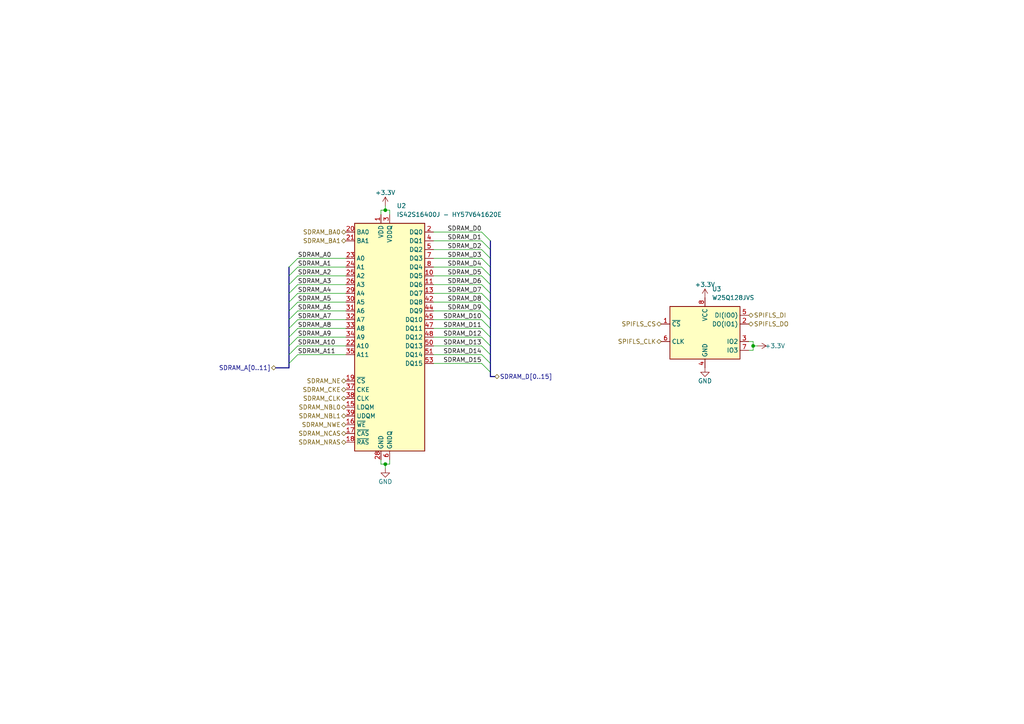
<source format=kicad_sch>
(kicad_sch (version 20211123) (generator eeschema)
  (paper "A4")
  (lib_symbols
    (symbol "Memory_Flash:W25Q128JVS"
      (property "Reference" "U" (at -8.89 8.89 0))
      (property "Value" "W25Q128JVS" (at 7.62 8.89 0))
      (symbol "W25Q128JVS_0_1"
        (rectangle (start -10.16 7.62) (end 10.16 -7.62) (stroke (width 0.254)) (fill (type background)))
      )
      (symbol "W25Q128JVS_1_1"
        (pin input line (at -12.7 2.54 0) (length 2.54) (name "~{CS}") (number "1"))
        (pin bidirectional line (at 12.7 2.54 180) (length 2.54) (name "DO(IO1)") (number "2"))
        (pin bidirectional line (at 12.7 -2.54 180) (length 2.54) (name "IO2") (number "3"))
        (pin power_in line (at 0 -10.16 90) (length 2.54) (name "GND") (number "4"))
        (pin bidirectional line (at 12.7 5.08 180) (length 2.54) (name "DI(IO0)") (number "5"))
        (pin input line (at -12.7 -2.54 0) (length 2.54) (name "CLK") (number "6"))
        (pin bidirectional line (at 12.7 -5.08 180) (length 2.54) (name "IO3") (number "7"))
        (pin power_in line (at 0 10.16 270) (length 2.54) (name "VCC") (number "8"))
      )
    )
    (symbol "Memory_RAM:IS42S16400J-xT"
      (property "Reference" "U" (at -8.89 34.29 0))
      (property "Value" "IS42S16400J-xT" (at 8.89 34.29 0))
      (symbol "IS42S16400J-xT_1_1"
        (rectangle (start -10.16 33.02) (end 10.16 -33.02) (stroke (width 0.254)) (fill (type background)))
        (pin power_in line (at -2.54 35.56 270) (length 2.54) (name "VDD") (number "1"))
        (pin bidirectional line (at 12.7 17.78 180) (length 2.54) (name "DQ5") (number "10"))
        (pin bidirectional line (at 12.7 15.24 180) (length 2.54) (name "DQ6") (number "11"))
        (pin passive line (at 0 -35.56 90) (length 2.54) hide (name "GNDQ") (number "12"))
        (pin bidirectional line (at 12.7 12.7 180) (length 2.54) (name "DQ7") (number "13"))
        (pin passive line (at -2.54 35.56 270) (length 2.54) hide (name "VDD") (number "14"))
        (pin input line (at -12.7 -20.32 0) (length 2.54) (name "LDQM") (number "15"))
        (pin input line (at -12.7 -25.4 0) (length 2.54) (name "~{WE}") (number "16"))
        (pin input line (at -12.7 -27.94 0) (length 2.54) (name "~{CAS}") (number "17"))
        (pin input line (at -12.7 -30.48 0) (length 2.54) (name "~{RAS}") (number "18"))
        (pin input line (at -12.7 -12.7 0) (length 2.54) (name "~{CS}") (number "19"))
        (pin bidirectional line (at 12.7 30.48 180) (length 2.54) (name "DQ0") (number "2"))
        (pin input line (at -12.7 30.48 0) (length 2.54) (name "BA0") (number "20"))
        (pin input line (at -12.7 27.94 0) (length 2.54) (name "BA1") (number "21"))
        (pin input line (at -12.7 -2.54 0) (length 2.54) (name "A10") (number "22"))
        (pin input line (at -12.7 22.86 0) (length 2.54) (name "A0") (number "23"))
        (pin input line (at -12.7 20.32 0) (length 2.54) (name "A1") (number "24"))
        (pin input line (at -12.7 17.78 0) (length 2.54) (name "A2") (number "25"))
        (pin input line (at -12.7 15.24 0) (length 2.54) (name "A3") (number "26"))
        (pin passive line (at -2.54 35.56 270) (length 2.54) hide (name "VDD") (number "27"))
        (pin power_in line (at -2.54 -35.56 90) (length 2.54) (name "GND") (number "28"))
        (pin input line (at -12.7 12.7 0) (length 2.54) (name "A4") (number "29"))
        (pin power_in line (at 0 35.56 270) (length 2.54) (name "VDDQ") (number "3"))
        (pin input line (at -12.7 10.16 0) (length 2.54) (name "A5") (number "30"))
        (pin input line (at -12.7 7.62 0) (length 2.54) (name "A6") (number "31"))
        (pin input line (at -12.7 5.08 0) (length 2.54) (name "A7") (number "32"))
        (pin input line (at -12.7 2.54 0) (length 2.54) (name "A8") (number "33"))
        (pin input line (at -12.7 0 0) (length 2.54) (name "A9") (number "34"))
        (pin input line (at -12.7 -5.08 0) (length 2.54) (name "A11") (number "35"))
        (pin no_connect line (at 10.16 -17.78 180) (length 2.54) hide (name "NC") (number "36"))
        (pin input line (at -12.7 -15.24 0) (length 2.54) (name "CKE") (number "37"))
        (pin input line (at -12.7 -17.78 0) (length 2.54) (name "CLK") (number "38"))
        (pin input line (at -12.7 -22.86 0) (length 2.54) (name "UDQM") (number "39"))
        (pin bidirectional line (at 12.7 27.94 180) (length 2.54) (name "DQ1") (number "4"))
        (pin no_connect line (at 10.16 -20.32 180) (length 2.54) hide (name "NC") (number "40"))
        (pin passive line (at -2.54 -35.56 90) (length 2.54) hide (name "GND") (number "41"))
        (pin bidirectional line (at 12.7 10.16 180) (length 2.54) (name "DQ8") (number "42"))
        (pin passive line (at 0 35.56 270) (length 2.54) hide (name "VDDQ") (number "43"))
        (pin bidirectional line (at 12.7 7.62 180) (length 2.54) (name "DQ9") (number "44"))
        (pin bidirectional line (at 12.7 5.08 180) (length 2.54) (name "DQ10") (number "45"))
        (pin passive line (at 0 -35.56 90) (length 2.54) hide (name "GNDQ") (number "46"))
        (pin bidirectional line (at 12.7 2.54 180) (length 2.54) (name "DQ11") (number "47"))
        (pin bidirectional line (at 12.7 0 180) (length 2.54) (name "DQ12") (number "48"))
        (pin passive line (at 0 35.56 270) (length 2.54) hide (name "VDDQ") (number "49"))
        (pin bidirectional line (at 12.7 25.4 180) (length 2.54) (name "DQ2") (number "5"))
        (pin bidirectional line (at 12.7 -2.54 180) (length 2.54) (name "DQ13") (number "50"))
        (pin bidirectional line (at 12.7 -5.08 180) (length 2.54) (name "DQ14") (number "51"))
        (pin passive line (at 0 -35.56 90) (length 2.54) hide (name "GNDQ") (number "52"))
        (pin bidirectional line (at 12.7 -7.62 180) (length 2.54) (name "DQ15") (number "53"))
        (pin passive line (at -2.54 -35.56 90) (length 2.54) hide (name "GND") (number "54"))
        (pin power_in line (at 0 -35.56 90) (length 2.54) (name "GNDQ") (number "6"))
        (pin bidirectional line (at 12.7 22.86 180) (length 2.54) (name "DQ3") (number "7"))
        (pin bidirectional line (at 12.7 20.32 180) (length 2.54) (name "DQ4") (number "8"))
        (pin passive line (at 0 35.56 270) (length 2.54) hide (name "VDDQ") (number "9"))
      )
    )
    (symbol "power:+3.3V" (power) (pin_names (offset 0))
      (property "Value" "+3.3V" (at 0 3.556 0))
      (symbol "+3.3V_0_1"
        (polyline (pts (xy -0.762 1.27) (xy 0 2.54)))
        (polyline (pts (xy 0 0) (xy 0 2.54)))
        (polyline (pts (xy 0 2.54) (xy 0.762 1.27)))
      )
      (symbol "+3.3V_1_1"
        (pin power_in line (at 0 0 90) (length 0) hide (name "+3.3V") (number "1"))
      )
    )
    (symbol "power:GND" (power) (pin_names (offset 0))
      (property "Value" "GND" (at 0 -3.81 0))
      (symbol "GND_0_1"
        (polyline (pts (xy 0 0) (xy 0 -1.27) (xy 1.27 -1.27) (xy 0 -2.54) (xy -1.27 -1.27) (xy 0 -1.27)))
      )
      (symbol "GND_1_1"
        (pin power_in line (at 0 0 270) (length 0) hide (name "GND") (number "1"))
      )
    )
  )
  (junction (at 111.76 134.62))
  (junction (at 111.76 60.96))
  (junction (at 218.44 100.33))
  (bus_entry (at 83.82 92.71) (size 2.54 -2.54))
  (bus_entry (at 139.7 100.33) (size 2.54 2.54))
  (bus_entry (at 139.7 105.41) (size 2.54 2.54))
  (bus_entry (at 83.82 82.55) (size 2.54 -2.54))
  (bus_entry (at 83.82 90.17) (size 2.54 -2.54))
  (bus_entry (at 83.82 80.01) (size 2.54 -2.54))
  (bus_entry (at 139.7 87.63) (size 2.54 2.54))
  (bus_entry (at 139.7 90.17) (size 2.54 2.54))
  (bus_entry (at 83.82 102.87) (size 2.54 -2.54))
  (bus_entry (at 139.7 69.85) (size 2.54 2.54))
  (bus_entry (at 139.7 74.93) (size 2.54 2.54))
  (bus_entry (at 83.82 77.47) (size 2.54 -2.54))
  (bus_entry (at 139.7 97.79) (size 2.54 2.54))
  (bus_entry (at 139.7 82.55) (size 2.54 2.54))
  (bus_entry (at 139.7 67.31) (size 2.54 2.54))
  (bus_entry (at 83.82 100.33) (size 2.54 -2.54))
  (bus_entry (at 83.82 97.79) (size 2.54 -2.54))
  (bus_entry (at 139.7 80.01) (size 2.54 2.54))
  (bus_entry (at 139.7 85.09) (size 2.54 2.54))
  (bus_entry (at 83.82 95.25) (size 2.54 -2.54))
  (bus_entry (at 139.7 102.87) (size 2.54 2.54))
  (bus_entry (at 139.7 72.39) (size 2.54 2.54))
  (bus_entry (at 139.7 92.71) (size 2.54 2.54))
  (bus_entry (at 139.7 77.47) (size 2.54 2.54))
  (bus_entry (at 83.82 87.63) (size 2.54 -2.54))
  (bus_entry (at 139.7 95.25) (size 2.54 2.54))
  (bus_entry (at 83.82 105.41) (size 2.54 -2.54))
  (bus_entry (at 83.82 85.09) (size 2.54 -2.54))
  (bus (pts (xy 142.24 107.95) (xy 142.24 109.22)))
  (wire (pts (xy 125.73 80.01) (xy 139.7 80.01)))
  (wire (pts (xy 110.49 134.62) (xy 111.76 134.62)))
  (wire (pts (xy 86.36 82.55) (xy 100.33 82.55)))
  (wire (pts (xy 86.36 74.93) (xy 100.33 74.93)))
  (bus (pts (xy 83.82 77.47) (xy 83.82 80.01)))
  (wire (pts (xy 86.36 85.09) (xy 100.33 85.09)))
  (wire (pts (xy 125.73 82.55) (xy 139.7 82.55)))
  (wire (pts (xy 113.03 60.96) (xy 113.03 62.23)))
  (wire (pts (xy 86.36 92.71) (xy 100.33 92.71)))
  (bus (pts (xy 142.24 102.87) (xy 142.24 105.41)))
  (wire (pts (xy 125.73 67.31) (xy 139.7 67.31)))
  (wire (pts (xy 110.49 62.23) (xy 110.49 60.96)))
  (bus (pts (xy 83.82 105.41) (xy 83.82 106.68)))
  (bus (pts (xy 142.24 74.93) (xy 142.24 77.47)))
  (wire (pts (xy 86.36 97.79) (xy 100.33 97.79)))
  (bus (pts (xy 142.24 82.55) (xy 142.24 85.09)))
  (bus (pts (xy 142.24 80.01) (xy 142.24 82.55)))
  (wire (pts (xy 125.73 69.85) (xy 139.7 69.85)))
  (wire (pts (xy 125.73 97.79) (xy 139.7 97.79)))
  (bus (pts (xy 83.82 82.55) (xy 83.82 85.09)))
  (bus (pts (xy 142.24 100.33) (xy 142.24 102.87)))
  (wire (pts (xy 125.73 105.41) (xy 139.7 105.41)))
  (bus (pts (xy 142.24 87.63) (xy 142.24 90.17)))
  (wire (pts (xy 111.76 134.62) (xy 111.76 135.89)))
  (bus (pts (xy 142.24 85.09) (xy 142.24 87.63)))
  (wire (pts (xy 86.36 80.01) (xy 100.33 80.01)))
  (wire (pts (xy 218.44 99.06) (xy 218.44 100.33)))
  (wire (pts (xy 125.73 95.25) (xy 139.7 95.25)))
  (bus (pts (xy 142.24 90.17) (xy 142.24 92.71)))
  (wire (pts (xy 86.36 95.25) (xy 100.33 95.25)))
  (bus (pts (xy 83.82 97.79) (xy 83.82 100.33)))
  (bus (pts (xy 83.82 90.17) (xy 83.82 92.71)))
  (wire (pts (xy 111.76 60.96) (xy 113.03 60.96)))
  (wire (pts (xy 125.73 90.17) (xy 139.7 90.17)))
  (wire (pts (xy 218.44 100.33) (xy 218.44 101.6)))
  (wire (pts (xy 111.76 134.62) (xy 113.03 134.62)))
  (wire (pts (xy 86.36 87.63) (xy 100.33 87.63)))
  (wire (pts (xy 125.73 100.33) (xy 139.7 100.33)))
  (bus (pts (xy 142.24 95.25) (xy 142.24 97.79)))
  (wire (pts (xy 86.36 77.47) (xy 100.33 77.47)))
  (bus (pts (xy 83.82 87.63) (xy 83.82 90.17)))
  (wire (pts (xy 125.73 87.63) (xy 139.7 87.63)))
  (wire (pts (xy 110.49 60.96) (xy 111.76 60.96)))
  (bus (pts (xy 142.24 109.22) (xy 143.51 109.22)))
  (wire (pts (xy 111.76 59.69) (xy 111.76 60.96)))
  (wire (pts (xy 113.03 133.35) (xy 113.03 134.62)))
  (wire (pts (xy 217.17 99.06) (xy 218.44 99.06)))
  (bus (pts (xy 142.24 69.85) (xy 142.24 72.39)))
  (wire (pts (xy 125.73 85.09) (xy 139.7 85.09)))
  (wire (pts (xy 125.73 92.71) (xy 139.7 92.71)))
  (wire (pts (xy 125.73 102.87) (xy 139.7 102.87)))
  (bus (pts (xy 142.24 97.79) (xy 142.24 100.33)))
  (bus (pts (xy 142.24 105.41) (xy 142.24 107.95)))
  (bus (pts (xy 142.24 77.47) (xy 142.24 80.01)))
  (wire (pts (xy 218.44 101.6) (xy 217.17 101.6)))
  (bus (pts (xy 142.24 72.39) (xy 142.24 74.93)))
  (wire (pts (xy 86.36 102.87) (xy 100.33 102.87)))
  (bus (pts (xy 83.82 100.33) (xy 83.82 102.87)))
  (bus (pts (xy 83.82 95.25) (xy 83.82 97.79)))
  (wire (pts (xy 86.36 100.33) (xy 100.33 100.33)))
  (wire (pts (xy 218.44 100.33) (xy 219.71 100.33)))
  (bus (pts (xy 83.82 102.87) (xy 83.82 105.41)))
  (wire (pts (xy 125.73 72.39) (xy 139.7 72.39)))
  (bus (pts (xy 80.01 106.68) (xy 83.82 106.68)))
  (bus (pts (xy 83.82 80.01) (xy 83.82 82.55)))
  (wire (pts (xy 125.73 74.93) (xy 139.7 74.93)))
  (bus (pts (xy 142.24 92.71) (xy 142.24 95.25)))
  (wire (pts (xy 110.49 133.35) (xy 110.49 134.62)))
  (wire (pts (xy 86.36 90.17) (xy 100.33 90.17)))
  (bus (pts (xy 83.82 92.71) (xy 83.82 95.25)))
  (wire (pts (xy 125.73 77.47) (xy 139.7 77.47)))
  (bus (pts (xy 83.82 85.09) (xy 83.82 87.63)))
  (label "SDRAM_A2" (at 86.36 80.01 0))
  (label "SDRAM_D13" (at 139.7 100.33 180))
  (label "SDRAM_D15" (at 139.7 105.41 180))
  (label "SDRAM_D14" (at 139.7 102.87 180))
  (label "SDRAM_A4" (at 86.36 85.09 0))
  (label "SDRAM_D5" (at 139.7 80.01 180))
  (label "SDRAM_A3" (at 86.36 82.55 0))
  (label "SDRAM_D0" (at 139.7 67.31 180))
  (label "SDRAM_D7" (at 139.7 85.09 180))
  (label "SDRAM_D2" (at 139.7 72.39 180))
  (label "SDRAM_D12" (at 139.7 97.79 180))
  (label "SDRAM_A9" (at 86.36 97.79 0))
  (label "SDRAM_A8" (at 86.36 95.25 0))
  (label "SDRAM_D6" (at 139.7 82.55 180))
  (label "SDRAM_D8" (at 139.7 87.63 180))
  (label "SDRAM_D3" (at 139.7 74.93 180))
  (label "SDRAM_D10" (at 139.7 92.71 180))
  (label "SDRAM_A6" (at 86.36 90.17 0))
  (label "SDRAM_D1" (at 139.7 69.85 180))
  (label "SDRAM_A0" (at 86.36 74.93 0))
  (label "SDRAM_A7" (at 86.36 92.71 0))
  (label "SDRAM_A11" (at 86.36 102.87 0))
  (label "SDRAM_D4" (at 139.7 77.47 180))
  (label "SDRAM_A5" (at 86.36 87.63 0))
  (label "SDRAM_D9" (at 139.7 90.17 180))
  (label "SDRAM_A10" (at 86.36 100.33 0))
  (label "SDRAM_D11" (at 139.7 95.25 180))
  (label "SDRAM_A1" (at 86.36 77.47 0))
  (hierarchical_label "SDRAM_BA1" (shape bidirectional) (at 100.33 69.85 180))
  (hierarchical_label "SPIFLS_DO" (shape bidirectional) (at 217.17 93.98 0))
  (hierarchical_label "SDRAM_NE" (shape bidirectional) (at 100.33 110.49 180))
  (hierarchical_label "SDRAM_NWE" (shape bidirectional) (at 100.33 123.19 180))
  (hierarchical_label "SPIFLS_DI" (shape bidirectional) (at 217.17 91.44 0))
  (hierarchical_label "SPIFLS_CLK" (shape bidirectional) (at 191.77 99.06 180))
  (hierarchical_label "SDRAM_NBL1" (shape bidirectional) (at 100.33 120.65 180))
  (hierarchical_label "SDRAM_NRAS" (shape bidirectional) (at 100.33 128.27 180))
  (hierarchical_label "SDRAM_NCAS" (shape bidirectional) (at 100.33 125.73 180))
  (hierarchical_label "SDRAM_CKE" (shape bidirectional) (at 100.33 113.03 180))
  (hierarchical_label "SDRAM_NBL0" (shape bidirectional) (at 100.33 118.11 180))
  (hierarchical_label "SDRAM_A[0..11]" (shape bidirectional) (at 80.01 106.68 180))
  (hierarchical_label "SDRAM_BA0" (shape bidirectional) (at 100.33 67.31 180))
  (hierarchical_label "SDRAM_D[0..15]" (shape bidirectional) (at 143.51 109.22 0))
  (hierarchical_label "SPIFLS_CS" (shape bidirectional) (at 191.77 93.98 180))
  (hierarchical_label "SDRAM_CLK" (shape bidirectional) (at 100.33 115.57 180))
  (symbol (lib_id "power:GND") (at 111.76 135.89 0) (unit 1)
    (property "Reference" "#PWR0116" (effects hide))
    (property "Value" "GND" (at 111.76 139.7 0))
  )
  (symbol (lib_id "power:+3.3V") (at 111.76 59.69 0) (unit 1)
    (property "Reference" "#PWR0120" (effects hide))
    (property "Value" "+3.3V" (at 111.76 55.88 0))
  )
  (symbol (lib_id "Memory_RAM:IS42S16400J-xT") (at 113.03 97.79 0) (unit 1)
    (property "Reference" "U2" (at 115.0494 59.69 0) (effects (justify left)))
    (property "Value" "IS42S16400J - HY57V641620E" (at 115.0494 62.23 0) (effects (justify left)))
    (property "Footprint" "Package_SO:TSOP-II-54_22.2x10.16mm_P0.8mm" (effects hide))
    (property "Datasheet" "http://www.issi.com/WW/pdf/42-45S16400J.pdf" (effects hide))
  )
  (symbol (lib_id "Memory_Flash:W25Q128JVS") (at 204.47 96.52 0) (unit 1)
    (property "Reference" "U3" (at 206.4894 83.82 0) (effects (justify left)))
    (property "Value" "W25Q128JVS" (at 206.4894 86.36 0) (effects (justify left)))
    (property "Footprint" "Package_SO:SOIC-8_5.23x5.23mm_P1.27mm" (effects hide))
    (property "Datasheet" "http://www.winbond.com/resource-files/w25q128jv_dtr%20revc%2003272018%20plus.pdf" (effects hide))
  )
  (symbol (lib_id "power:+3.3V") (at 219.71 100.33 270) (unit 1)
    (property "Reference" "#PWR0117" (effects hide))
    (property "Value" "+3.3V" (at 224.79 100.33 90))
  )
  (symbol (lib_id "power:GND") (at 204.47 106.68 0) (unit 1)
    (property "Reference" "#PWR0118" (effects hide))
    (property "Value" "GND" (at 204.47 110.49 0))
  )
  (symbol (lib_id "power:+3.3V") (at 204.47 86.36 0) (unit 1)
    (property "Reference" "#PWR0119" (effects hide))
    (property "Value" "+3.3V" (at 204.47 82.55 0))
  )
)
</source>
